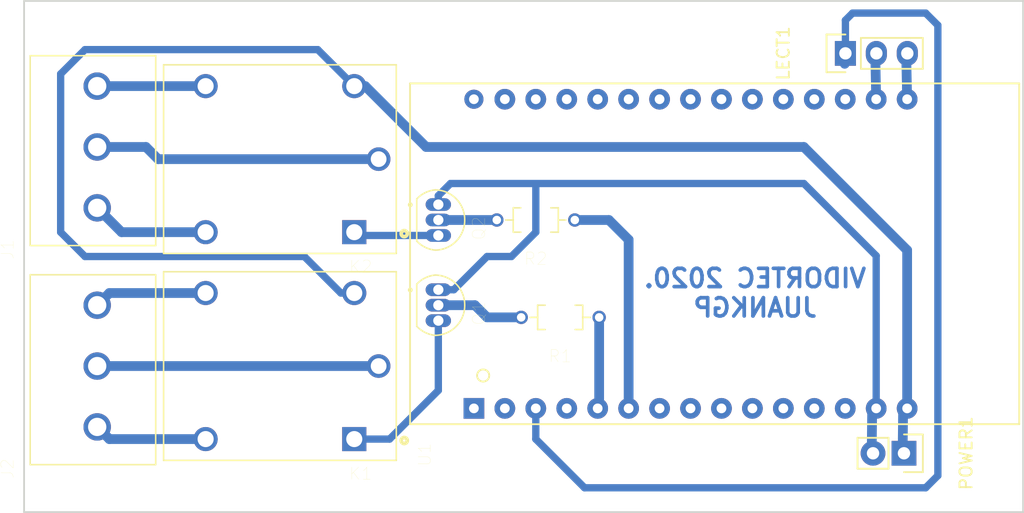
<source format=kicad_pcb>
(kicad_pcb (version 4) (host pcbnew 4.0.5+dfsg1-4)

  (general
    (links 21)
    (no_connects 0)
    (area 121.7258 83.924999 206.075001 126.129182)
    (thickness 1.6)
    (drawings 5)
    (tracks 68)
    (zones 0)
    (modules 11)
    (nets 41)
  )

  (page A4)
  (layers
    (0 F.Cu signal)
    (31 B.Cu signal)
    (32 B.Adhes user)
    (33 F.Adhes user)
    (34 B.Paste user)
    (35 F.Paste user)
    (36 B.SilkS user)
    (37 F.SilkS user)
    (38 B.Mask user)
    (39 F.Mask user)
    (40 Dwgs.User user)
    (41 Cmts.User user)
    (42 Eco1.User user)
    (43 Eco2.User user)
    (44 Edge.Cuts user)
    (45 Margin user)
    (46 B.CrtYd user)
    (47 F.CrtYd user)
    (48 B.Fab user)
    (49 F.Fab user)
  )

  (setup
    (last_trace_width 0.6)
    (user_trace_width 0.6)
    (user_trace_width 0.7)
    (user_trace_width 0.8)
    (trace_clearance 0.2)
    (zone_clearance 0.508)
    (zone_45_only no)
    (trace_min 0.2)
    (segment_width 0.2)
    (edge_width 0.15)
    (via_size 0.6)
    (via_drill 0.4)
    (via_min_size 0.4)
    (via_min_drill 0.3)
    (uvia_size 0.3)
    (uvia_drill 0.1)
    (uvias_allowed no)
    (uvia_min_size 0.2)
    (uvia_min_drill 0.1)
    (pcb_text_width 0.3)
    (pcb_text_size 1.5 1.5)
    (mod_edge_width 0.15)
    (mod_text_size 1 1)
    (mod_text_width 0.15)
    (pad_size 1.98 1.98)
    (pad_drill 1)
    (pad_to_mask_clearance 0.2)
    (aux_axis_origin 0 0)
    (visible_elements FFFFFF7F)
    (pcbplotparams
      (layerselection 0x00030_80000001)
      (usegerberextensions false)
      (excludeedgelayer true)
      (linewidth 0.100000)
      (plotframeref false)
      (viasonmask false)
      (mode 1)
      (useauxorigin false)
      (hpglpennumber 1)
      (hpglpenspeed 20)
      (hpglpendiameter 15)
      (hpglpenoverlay 2)
      (psnegative false)
      (psa4output false)
      (plotreference true)
      (plotvalue true)
      (plotinvisibletext false)
      (padsonsilk false)
      (subtractmaskfromsilk false)
      (outputformat 1)
      (mirror false)
      (drillshape 1)
      (scaleselection 1)
      (outputdirectory PCBBOTTOM))
  )

  (net 0 "")
  (net 1 +5V)
  (net 2 GND)
  (net 3 "Net-(U1-Pad1)")
  (net 4 "Net-(U1-Pad2)")
  (net 5 "Net-(U1-Pad4)")
  (net 6 "Net-(U1-Pad7)")
  (net 7 "Net-(U1-Pad8)")
  (net 8 "Net-(U1-Pad9)")
  (net 9 "Net-(U1-Pad10)")
  (net 10 "Net-(U1-Pad11)")
  (net 11 "Net-(U1-Pad12)")
  (net 12 "Net-(U1-Pad13)")
  (net 13 "Net-(U1-Pad30)")
  (net 14 "Net-(U1-Pad29)")
  (net 15 "Net-(U1-Pad28)")
  (net 16 "Net-(U1-Pad27)")
  (net 17 "Net-(U1-Pad26)")
  (net 18 "Net-(U1-Pad25)")
  (net 19 "Net-(U1-Pad24)")
  (net 20 "Net-(U1-Pad23)")
  (net 21 "Net-(U1-Pad22)")
  (net 22 "Net-(U1-Pad21)")
  (net 23 "Net-(U1-Pad20)")
  (net 24 "Net-(U1-Pad19)")
  (net 25 "Net-(U1-Pad18)")
  (net 26 "Net-(LECT1-Pad1)")
  (net 27 "Net-(LECT1-Pad2)")
  (net 28 "Net-(LECT1-Pad3)")
  (net 29 "Net-(K1-PadA1)")
  (net 30 "Net-(J1-Pad2)")
  (net 31 "Net-(J1-Pad1)")
  (net 32 "Net-(J1-Pad3)")
  (net 33 "Net-(J2-Pad2)")
  (net 34 "Net-(J2-Pad1)")
  (net 35 "Net-(J2-Pad3)")
  (net 36 "Net-(K2-PadA1)")
  (net 37 "Net-(Q1-Pad2)")
  (net 38 "Net-(Q2-Pad2)")
  (net 39 "Net-(R1-Pad1)")
  (net 40 "Net-(R2-Pad1)")

  (net_class Default "Esta es la clase de red por defecto."
    (clearance 0.2)
    (trace_width 0.25)
    (via_dia 0.6)
    (via_drill 0.4)
    (uvia_dia 0.3)
    (uvia_drill 0.1)
    (add_net +5V)
    (add_net GND)
    (add_net "Net-(J1-Pad1)")
    (add_net "Net-(J1-Pad2)")
    (add_net "Net-(J1-Pad3)")
    (add_net "Net-(J2-Pad1)")
    (add_net "Net-(J2-Pad2)")
    (add_net "Net-(J2-Pad3)")
    (add_net "Net-(K1-PadA1)")
    (add_net "Net-(K2-PadA1)")
    (add_net "Net-(LECT1-Pad1)")
    (add_net "Net-(LECT1-Pad2)")
    (add_net "Net-(LECT1-Pad3)")
    (add_net "Net-(Q1-Pad2)")
    (add_net "Net-(Q2-Pad2)")
    (add_net "Net-(R1-Pad1)")
    (add_net "Net-(R2-Pad1)")
    (add_net "Net-(U1-Pad1)")
    (add_net "Net-(U1-Pad10)")
    (add_net "Net-(U1-Pad11)")
    (add_net "Net-(U1-Pad12)")
    (add_net "Net-(U1-Pad13)")
    (add_net "Net-(U1-Pad18)")
    (add_net "Net-(U1-Pad19)")
    (add_net "Net-(U1-Pad2)")
    (add_net "Net-(U1-Pad20)")
    (add_net "Net-(U1-Pad21)")
    (add_net "Net-(U1-Pad22)")
    (add_net "Net-(U1-Pad23)")
    (add_net "Net-(U1-Pad24)")
    (add_net "Net-(U1-Pad25)")
    (add_net "Net-(U1-Pad26)")
    (add_net "Net-(U1-Pad27)")
    (add_net "Net-(U1-Pad28)")
    (add_net "Net-(U1-Pad29)")
    (add_net "Net-(U1-Pad30)")
    (add_net "Net-(U1-Pad4)")
    (add_net "Net-(U1-Pad7)")
    (add_net "Net-(U1-Pad8)")
    (add_net "Net-(U1-Pad9)")
  )

  (module JK-DOIT-DEVKIT-V1:ESP32_DEVKITV1-JK (layer F.Cu) (tedit 5E7198AA) (tstamp 5E719972)
    (at 180.679 104.7776 90)
    (path /5E716E68)
    (fp_text reference U1 (at -16.5 -23.8 90) (layer F.SilkS)
      (effects (font (size 1.000386 1.000386) (thickness 0.015)))
    )
    (fp_text value ESP32-DEVKITCV1 (at 0 3.81 90) (layer F.Fab)
      (effects (font (size 1.001047 1.001047) (thickness 0.015)))
    )
    (fp_line (start -14 -25) (end -14 25) (layer F.SilkS) (width 0.15))
    (fp_line (start 14 -25) (end 14 25) (layer F.SilkS) (width 0.15))
    (fp_line (start 14 25) (end 16 25) (layer F.Fab) (width 0.15))
    (fp_line (start 14 -25) (end 16 -25) (layer F.Fab) (width 0.15))
    (fp_line (start -14 -22) (end -14 -25) (layer F.Fab) (width 0.15))
    (fp_line (start 16 -22) (end 16 -25) (layer F.Fab) (width 0.15))
    (fp_line (start 16 18) (end 16 25) (layer F.Fab) (width 0.15))
    (fp_line (start -14 18) (end -14 25) (layer F.Fab) (width 0.15))
    (fp_circle (center -10 -19) (end -9.5 -19) (layer F.SilkS) (width 0.15))
    (fp_line (start -14 25) (end 14 25) (layer F.SilkS) (width 0.15))
    (fp_line (start -14 -25) (end 14 -25) (layer F.SilkS) (width 0.15))
    (fp_line (start -14 -25) (end 14 -25) (layer F.Fab) (width 0.15))
    (fp_line (start 16 -22) (end 16 18) (layer F.Fab) (width 0.15))
    (fp_line (start 14 25) (end -14 25) (layer F.Fab) (width 0.15))
    (fp_line (start -14 18) (end -14 -22) (layer F.Fab) (width 0.15))
    (fp_circle (center -10.7 -19.7) (end -10.56 -19.7) (layer F.Fab) (width 0.28))
    (pad 1 thru_hole rect (at -12.7 -19.76 90) (size 1.7 1.7) (drill 0.8) (layers *.Cu *.Mask)
      (net 3 "Net-(U1-Pad1)"))
    (pad 2 thru_hole circle (at -12.7 -17.22 90) (size 1.7 1.7) (drill 0.8) (layers *.Cu *.Mask)
      (net 4 "Net-(U1-Pad2)"))
    (pad 3 thru_hole circle (at -12.7 -14.68 90) (size 1.7 1.7) (drill 0.8) (layers *.Cu *.Mask)
      (net 26 "Net-(LECT1-Pad1)"))
    (pad 4 thru_hole circle (at -12.7 -12.14 90) (size 1.7 1.7) (drill 0.8) (layers *.Cu *.Mask)
      (net 5 "Net-(U1-Pad4)"))
    (pad 5 thru_hole circle (at -12.7 -9.6 90) (size 1.7 1.7) (drill 0.8) (layers *.Cu *.Mask)
      (net 39 "Net-(R1-Pad1)"))
    (pad 6 thru_hole circle (at -12.7 -7.06 90) (size 1.7 1.7) (drill 0.8) (layers *.Cu *.Mask)
      (net 40 "Net-(R2-Pad1)"))
    (pad 7 thru_hole circle (at -12.7 -4.52 90) (size 1.7 1.7) (drill 0.8) (layers *.Cu *.Mask)
      (net 6 "Net-(U1-Pad7)"))
    (pad 8 thru_hole circle (at -12.7 -1.98 90) (size 1.7 1.7) (drill 0.8) (layers *.Cu *.Mask)
      (net 7 "Net-(U1-Pad8)"))
    (pad 9 thru_hole circle (at -12.7 0.56 90) (size 1.7 1.7) (drill 0.8) (layers *.Cu *.Mask)
      (net 8 "Net-(U1-Pad9)"))
    (pad 10 thru_hole circle (at -12.7 3.1 90) (size 1.7 1.7) (drill 0.8) (layers *.Cu *.Mask)
      (net 9 "Net-(U1-Pad10)"))
    (pad 11 thru_hole circle (at -12.7 5.64 90) (size 1.7 1.7) (drill 0.8) (layers *.Cu *.Mask)
      (net 10 "Net-(U1-Pad11)"))
    (pad 12 thru_hole circle (at -12.7 8.18 90) (size 1.7 1.7) (drill 0.8) (layers *.Cu *.Mask)
      (net 11 "Net-(U1-Pad12)"))
    (pad 13 thru_hole circle (at -12.7 10.72 90) (size 1.7 1.7) (drill 0.8) (layers *.Cu *.Mask)
      (net 12 "Net-(U1-Pad13)"))
    (pad 14 thru_hole circle (at -12.7 13.26 90) (size 1.7 1.7) (drill 0.8) (layers *.Cu *.Mask)
      (net 2 GND))
    (pad 15 thru_hole circle (at -12.7 15.8 90) (size 1.7 1.7) (drill 0.8) (layers *.Cu *.Mask)
      (net 1 +5V))
    (pad 30 thru_hole circle (at 12.7 -19.76 90) (size 1.567 1.567) (drill 0.8) (layers *.Cu *.Mask)
      (net 13 "Net-(U1-Pad30)"))
    (pad 29 thru_hole circle (at 12.7 -17.22 90) (size 1.7 1.7) (drill 0.8) (layers *.Cu *.Mask)
      (net 14 "Net-(U1-Pad29)"))
    (pad 28 thru_hole circle (at 12.7 -14.68 90) (size 1.7 1.7) (drill 0.8) (layers *.Cu *.Mask)
      (net 15 "Net-(U1-Pad28)"))
    (pad 27 thru_hole circle (at 12.7 -12.14 90) (size 1.7 1.7) (drill 0.8) (layers *.Cu *.Mask)
      (net 16 "Net-(U1-Pad27)"))
    (pad 26 thru_hole circle (at 12.7 -9.6 90) (size 1.7 1.7) (drill 0.8) (layers *.Cu *.Mask)
      (net 17 "Net-(U1-Pad26)"))
    (pad 25 thru_hole circle (at 12.7 -7.06 90) (size 1.7 1.7) (drill 0.8) (layers *.Cu *.Mask)
      (net 18 "Net-(U1-Pad25)"))
    (pad 24 thru_hole circle (at 12.7 -4.52 90) (size 1.7 1.7) (drill 0.8) (layers *.Cu *.Mask)
      (net 19 "Net-(U1-Pad24)"))
    (pad 23 thru_hole circle (at 12.7 -1.98 90) (size 1.7 1.7) (drill 0.8) (layers *.Cu *.Mask)
      (net 20 "Net-(U1-Pad23)"))
    (pad 22 thru_hole circle (at 12.7 0.56 90) (size 1.7 1.7) (drill 0.8) (layers *.Cu *.Mask)
      (net 21 "Net-(U1-Pad22)"))
    (pad 21 thru_hole circle (at 12.7 3.1 90) (size 1.7 1.7) (drill 0.8) (layers *.Cu *.Mask)
      (net 22 "Net-(U1-Pad21)"))
    (pad 20 thru_hole circle (at 12.7 5.64 90) (size 1.7 1.7) (drill 0.8) (layers *.Cu *.Mask)
      (net 23 "Net-(U1-Pad20)"))
    (pad 19 thru_hole circle (at 12.7 8.18 90) (size 1.7 1.7) (drill 0.8) (layers *.Cu *.Mask)
      (net 24 "Net-(U1-Pad19)"))
    (pad 18 thru_hole circle (at 12.7 10.72 90) (size 1.7 1.7) (drill 0.8) (layers *.Cu *.Mask)
      (net 25 "Net-(U1-Pad18)"))
    (pad 17 thru_hole circle (at 12.7 13.26 90) (size 1.7 1.7) (drill 0.8) (layers *.Cu *.Mask)
      (net 27 "Net-(LECT1-Pad2)"))
    (pad 16 thru_hole circle (at 12.7 15.8 90) (size 1.7 1.7) (drill 0.8) (layers *.Cu *.Mask)
      (net 28 "Net-(LECT1-Pad3)"))
    (model ../../../../../home/juank/Documents/KIcadParts/ESP32-DEVKITC-32D/User_Library_ESP32_DOIT_V016_cp004.wrl
      (at (xyz 0 0 0))
      (scale (xyz 1 1 1))
      (rotate (xyz 0 0 0))
    )
  )

  (module Pin_Headers:Pin_Header_Straight_1x03 (layer F.Cu) (tedit 0) (tstamp 5E719AC0)
    (at 191.41304 88.30824 90)
    (descr "Through hole pin header")
    (tags "pin header")
    (path /5E717368)
    (fp_text reference LECT1 (at 0 -5.1 90) (layer F.SilkS)
      (effects (font (size 1 1) (thickness 0.15)))
    )
    (fp_text value LECTOR (at 0 -3.1 90) (layer F.Fab)
      (effects (font (size 1 1) (thickness 0.15)))
    )
    (fp_line (start -1.75 -1.75) (end -1.75 6.85) (layer F.CrtYd) (width 0.05))
    (fp_line (start 1.75 -1.75) (end 1.75 6.85) (layer F.CrtYd) (width 0.05))
    (fp_line (start -1.75 -1.75) (end 1.75 -1.75) (layer F.CrtYd) (width 0.05))
    (fp_line (start -1.75 6.85) (end 1.75 6.85) (layer F.CrtYd) (width 0.05))
    (fp_line (start -1.27 1.27) (end -1.27 6.35) (layer F.SilkS) (width 0.15))
    (fp_line (start -1.27 6.35) (end 1.27 6.35) (layer F.SilkS) (width 0.15))
    (fp_line (start 1.27 6.35) (end 1.27 1.27) (layer F.SilkS) (width 0.15))
    (fp_line (start 1.55 -1.55) (end 1.55 0) (layer F.SilkS) (width 0.15))
    (fp_line (start 1.27 1.27) (end -1.27 1.27) (layer F.SilkS) (width 0.15))
    (fp_line (start -1.55 0) (end -1.55 -1.55) (layer F.SilkS) (width 0.15))
    (fp_line (start -1.55 -1.55) (end 1.55 -1.55) (layer F.SilkS) (width 0.15))
    (pad 1 thru_hole rect (at 0 0 90) (size 2.032 1.7272) (drill 1.016) (layers *.Cu *.Mask)
      (net 26 "Net-(LECT1-Pad1)"))
    (pad 2 thru_hole oval (at 0 2.54 90) (size 2.032 1.7272) (drill 1.016) (layers *.Cu *.Mask)
      (net 27 "Net-(LECT1-Pad2)"))
    (pad 3 thru_hole oval (at 0 5.08 90) (size 2.032 1.7272) (drill 1.016) (layers *.Cu *.Mask)
      (net 28 "Net-(LECT1-Pad3)"))
    (model Pin_Headers.3dshapes/Pin_Header_Straight_1x03.wrl
      (at (xyz 0 -0.1 0))
      (scale (xyz 1 1 1))
      (rotate (xyz 0 0 90))
    )
  )

  (module Pin_Headers:Pin_Header_Straight_1x02 (layer F.Cu) (tedit 54EA090C) (tstamp 5E719AD1)
    (at 196.21872 121.16568 270)
    (descr "Through hole pin header")
    (tags "pin header")
    (path /5E716F0A)
    (fp_text reference POWER1 (at 0 -5.1 270) (layer F.SilkS)
      (effects (font (size 1 1) (thickness 0.15)))
    )
    (fp_text value POWER (at 0 -3.1 270) (layer F.Fab)
      (effects (font (size 1 1) (thickness 0.15)))
    )
    (fp_line (start 1.27 1.27) (end 1.27 3.81) (layer F.SilkS) (width 0.15))
    (fp_line (start 1.55 -1.55) (end 1.55 0) (layer F.SilkS) (width 0.15))
    (fp_line (start -1.75 -1.75) (end -1.75 4.3) (layer F.CrtYd) (width 0.05))
    (fp_line (start 1.75 -1.75) (end 1.75 4.3) (layer F.CrtYd) (width 0.05))
    (fp_line (start -1.75 -1.75) (end 1.75 -1.75) (layer F.CrtYd) (width 0.05))
    (fp_line (start -1.75 4.3) (end 1.75 4.3) (layer F.CrtYd) (width 0.05))
    (fp_line (start 1.27 1.27) (end -1.27 1.27) (layer F.SilkS) (width 0.15))
    (fp_line (start -1.55 0) (end -1.55 -1.55) (layer F.SilkS) (width 0.15))
    (fp_line (start -1.55 -1.55) (end 1.55 -1.55) (layer F.SilkS) (width 0.15))
    (fp_line (start -1.27 1.27) (end -1.27 3.81) (layer F.SilkS) (width 0.15))
    (fp_line (start -1.27 3.81) (end 1.27 3.81) (layer F.SilkS) (width 0.15))
    (pad 1 thru_hole rect (at 0 0 270) (size 2.032 2.032) (drill 1.016) (layers *.Cu *.Mask)
      (net 1 +5V))
    (pad 2 thru_hole oval (at 0 2.54 270) (size 2.032 2.032) (drill 1.016) (layers *.Cu *.Mask)
      (net 2 GND))
    (model Pin_Headers.3dshapes/Pin_Header_Straight_1x02.wrl
      (at (xyz 0 -0.05 0))
      (scale (xyz 1 1 1))
      (rotate (xyz 0 0 90))
    )
  )

  (module TO92127P495H495-3 (layer F.Cu) (tedit 5E719C8F) (tstamp 5E71A42E)
    (at 158 109 270)
    (path /5E719D4D)
    (fp_text reference Q1 (at 0.675 -3.33 270) (layer F.SilkS)
      (effects (font (size 1 1) (thickness 0.015)))
    )
    (fp_text value 2N3904 (at 8.295 3.19 270) (layer F.Fab)
      (effects (font (size 1 1) (thickness 0.015)))
    )
    (fp_line (start -2.725 0.255) (end -2.725 2.025) (layer F.CrtYd) (width 0.05))
    (fp_line (start -2.725 2.025) (end 2.725 2.025) (layer F.CrtYd) (width 0.05))
    (fp_line (start 2.725 2.025) (end 2.725 0.255) (layer F.CrtYd) (width 0.05))
    (fp_circle (center -1.25 2.305) (end -1.15 2.305) (layer F.SilkS) (width 0.2))
    (fp_circle (center -1.25 2.305) (end -1.15 2.305) (layer F.Fab) (width 0.2))
    (fp_line (start -1.725 1.775) (end 1.725 1.775) (layer F.SilkS) (width 0.127))
    (fp_arc (start -0.115631 0.03587) (end -2.475 0.255) (angle -41.913) (layer F.SilkS) (width 0.127))
    (fp_arc (start -0.0275 0.2825) (end 0 -2.165) (angle -90) (layer F.SilkS) (width 0.127))
    (fp_arc (start 0.0275 0.2825) (end 2.475 0.255) (angle -90) (layer F.SilkS) (width 0.127))
    (fp_arc (start 0.115631 0.03587) (end 2.475 0.255) (angle 41.913) (layer F.SilkS) (width 0.127))
    (fp_line (start -1.725 1.775) (end 1.725 1.775) (layer F.Fab) (width 0.127))
    (fp_arc (start -0.115631 0.03587) (end -2.475 0.255) (angle -41.913) (layer F.Fab) (width 0.127))
    (fp_arc (start -0.0275 0.2825) (end 0 -2.165) (angle -90) (layer F.Fab) (width 0.127))
    (fp_arc (start 0.0275 0.2825) (end 2.475 0.255) (angle -90) (layer F.Fab) (width 0.127))
    (fp_arc (start 0.115631 0.03587) (end 2.475 0.255) (angle 41.913) (layer F.Fab) (width 0.127))
    (fp_arc (start -0.0275 0.2825) (end 0 -2.415) (angle -90) (layer F.CrtYd) (width 0.05))
    (fp_arc (start 0.0275 0.2825) (end 0 -2.415) (angle 90) (layer F.CrtYd) (width 0.05))
    (pad 1 thru_hole oval (at -1.27 0 270) (size 1.04 2.08) (drill 0.84) (layers *.Cu *.Mask)
      (net 2 GND))
    (pad 2 thru_hole oval (at 0 0 270) (size 1.04 2.08) (drill 0.84) (layers *.Cu *.Mask)
      (net 37 "Net-(Q1-Pad2)"))
    (pad 3 thru_hole oval (at 1.27 0 270) (size 1.04 2.08) (drill 0.84) (layers *.Cu *.Mask)
      (net 29 "Net-(K1-PadA1)"))
  )

  (module TO92127P495H495-3 (layer F.Cu) (tedit 5E719C8F) (tstamp 5E71A446)
    (at 158 102 270)
    (path /5E71A7AF)
    (fp_text reference Q2 (at 0.675 -3.33 270) (layer F.SilkS)
      (effects (font (size 1 1) (thickness 0.015)))
    )
    (fp_text value 2N3904 (at 8.295 3.19 270) (layer F.Fab)
      (effects (font (size 1 1) (thickness 0.015)))
    )
    (fp_line (start -2.725 0.255) (end -2.725 2.025) (layer F.CrtYd) (width 0.05))
    (fp_line (start -2.725 2.025) (end 2.725 2.025) (layer F.CrtYd) (width 0.05))
    (fp_line (start 2.725 2.025) (end 2.725 0.255) (layer F.CrtYd) (width 0.05))
    (fp_circle (center -1.25 2.305) (end -1.15 2.305) (layer F.SilkS) (width 0.2))
    (fp_circle (center -1.25 2.305) (end -1.15 2.305) (layer F.Fab) (width 0.2))
    (fp_line (start -1.725 1.775) (end 1.725 1.775) (layer F.SilkS) (width 0.127))
    (fp_arc (start -0.115631 0.03587) (end -2.475 0.255) (angle -41.913) (layer F.SilkS) (width 0.127))
    (fp_arc (start -0.0275 0.2825) (end 0 -2.165) (angle -90) (layer F.SilkS) (width 0.127))
    (fp_arc (start 0.0275 0.2825) (end 2.475 0.255) (angle -90) (layer F.SilkS) (width 0.127))
    (fp_arc (start 0.115631 0.03587) (end 2.475 0.255) (angle 41.913) (layer F.SilkS) (width 0.127))
    (fp_line (start -1.725 1.775) (end 1.725 1.775) (layer F.Fab) (width 0.127))
    (fp_arc (start -0.115631 0.03587) (end -2.475 0.255) (angle -41.913) (layer F.Fab) (width 0.127))
    (fp_arc (start -0.0275 0.2825) (end 0 -2.165) (angle -90) (layer F.Fab) (width 0.127))
    (fp_arc (start 0.0275 0.2825) (end 2.475 0.255) (angle -90) (layer F.Fab) (width 0.127))
    (fp_arc (start 0.115631 0.03587) (end 2.475 0.255) (angle 41.913) (layer F.Fab) (width 0.127))
    (fp_arc (start -0.0275 0.2825) (end 0 -2.415) (angle -90) (layer F.CrtYd) (width 0.05))
    (fp_arc (start 0.0275 0.2825) (end 0 -2.415) (angle 90) (layer F.CrtYd) (width 0.05))
    (pad 1 thru_hole oval (at -1.27 0 270) (size 1.04 2.08) (drill 0.84) (layers *.Cu *.Mask)
      (net 2 GND))
    (pad 2 thru_hole oval (at 0 0 270) (size 1.04 2.08) (drill 0.84) (layers *.Cu *.Mask)
      (net 38 "Net-(Q2-Pad2)"))
    (pad 3 thru_hole oval (at 1.27 0 270) (size 1.04 2.08) (drill 0.84) (layers *.Cu *.Mask)
      (net 36 "Net-(K2-PadA1)"))
  )

  (module resistenciaCuartodeWatio:RESAD640W45L370D200 (layer F.Cu) (tedit 5E71A03E) (tstamp 5E71A46A)
    (at 168 110 180)
    (path /5E719F0D)
    (fp_text reference R1 (at 0 -3.18156 180) (layer F.SilkS)
      (effects (font (size 1.002063 1.002063) (thickness 0.015)))
    )
    (fp_text value R (at 0 3.17901 180) (layer F.Fab)
      (effects (font (size 1.00126 1.00126) (thickness 0.015)))
    )
    (fp_line (start -2.1 0.8) (end -4 0.8) (layer F.CrtYd) (width 0.05))
    (fp_line (start -4 0.8) (end -4 -0.8) (layer F.CrtYd) (width 0.05))
    (fp_line (start -4 -0.8) (end -2.1 -0.8) (layer F.CrtYd) (width 0.05))
    (fp_line (start -2.1 -0.8) (end -2.1 -1.25) (layer F.CrtYd) (width 0.05))
    (fp_line (start -2.1 -1.25) (end 2.1 -1.25) (layer F.CrtYd) (width 0.05))
    (fp_line (start 2.1 -1.25) (end 2.1 -0.8) (layer F.CrtYd) (width 0.05))
    (fp_line (start 2.1 -0.8) (end 4 -0.8) (layer F.CrtYd) (width 0.05))
    (fp_line (start 4 -0.8) (end 4 0.8) (layer F.CrtYd) (width 0.05))
    (fp_line (start 4 0.8) (end 2.1 0.8) (layer F.CrtYd) (width 0.05))
    (fp_line (start 2.1 0.8) (end 2.1 1.25) (layer F.CrtYd) (width 0.05))
    (fp_line (start 2.1 1.25) (end -2.1 1.25) (layer F.CrtYd) (width 0.05))
    (fp_line (start -2.1 1.25) (end -2.1 0.8) (layer F.CrtYd) (width 0.05))
    (fp_line (start -2.47 0) (end -1.85 0) (layer F.SilkS) (width 0.127))
    (fp_line (start -1.85 0) (end -1.85 -1) (layer F.SilkS) (width 0.127))
    (fp_line (start -1.85 -1) (end -1.23 -1) (layer F.SilkS) (width 0.127))
    (fp_line (start -1.85 0) (end -1.85 1) (layer F.SilkS) (width 0.127))
    (fp_line (start -1.85 1) (end -1.23 1) (layer F.SilkS) (width 0.127))
    (fp_line (start 2.47 0) (end 1.85 0) (layer F.SilkS) (width 0.127))
    (fp_line (start 1.85 0) (end 1.85 -1) (layer F.SilkS) (width 0.127))
    (fp_line (start 1.85 -1) (end 1.23 -1) (layer F.SilkS) (width 0.127))
    (fp_line (start 1.85 0) (end 1.85 1) (layer F.SilkS) (width 0.127))
    (fp_line (start 1.85 1) (end 1.23 1) (layer F.SilkS) (width 0.127))
    (fp_line (start -2.47 0) (end -1.85 0) (layer F.Fab) (width 0.127))
    (fp_line (start -1.85 0) (end -1.85 -1) (layer F.Fab) (width 0.127))
    (fp_line (start -1.85 -1) (end 1.85 -1) (layer F.Fab) (width 0.127))
    (fp_line (start -1.85 0) (end -1.85 1) (layer F.Fab) (width 0.127))
    (fp_line (start -1.85 1) (end 1.85 1) (layer F.Fab) (width 0.127))
    (fp_line (start 2.47 0) (end 1.85 0) (layer F.Fab) (width 0.127))
    (fp_line (start 1.85 0) (end 1.85 -1) (layer F.Fab) (width 0.127))
    (fp_line (start 1.85 0) (end 1.85 1) (layer F.Fab) (width 0.127))
    (pad 1 thru_hole circle (at -3.2 0 180) (size 1.1 1.1) (drill 0.7) (layers *.Cu *.Mask)
      (net 39 "Net-(R1-Pad1)"))
    (pad 2 thru_hole circle (at 3.2 0 180) (size 1.1 1.1) (drill 0.7) (layers *.Cu *.Mask)
      (net 37 "Net-(Q1-Pad2)"))
  )

  (module resistenciaCuartodeWatio:RESAD640W45L370D200 (layer F.Cu) (tedit 5E71A03E) (tstamp 5E71A48E)
    (at 166 102 180)
    (path /5E71A7B5)
    (fp_text reference R2 (at 0 -3.18156 180) (layer F.SilkS)
      (effects (font (size 1.002063 1.002063) (thickness 0.015)))
    )
    (fp_text value R (at 0 3.17901 180) (layer F.Fab)
      (effects (font (size 1.00126 1.00126) (thickness 0.015)))
    )
    (fp_line (start -2.1 0.8) (end -4 0.8) (layer F.CrtYd) (width 0.05))
    (fp_line (start -4 0.8) (end -4 -0.8) (layer F.CrtYd) (width 0.05))
    (fp_line (start -4 -0.8) (end -2.1 -0.8) (layer F.CrtYd) (width 0.05))
    (fp_line (start -2.1 -0.8) (end -2.1 -1.25) (layer F.CrtYd) (width 0.05))
    (fp_line (start -2.1 -1.25) (end 2.1 -1.25) (layer F.CrtYd) (width 0.05))
    (fp_line (start 2.1 -1.25) (end 2.1 -0.8) (layer F.CrtYd) (width 0.05))
    (fp_line (start 2.1 -0.8) (end 4 -0.8) (layer F.CrtYd) (width 0.05))
    (fp_line (start 4 -0.8) (end 4 0.8) (layer F.CrtYd) (width 0.05))
    (fp_line (start 4 0.8) (end 2.1 0.8) (layer F.CrtYd) (width 0.05))
    (fp_line (start 2.1 0.8) (end 2.1 1.25) (layer F.CrtYd) (width 0.05))
    (fp_line (start 2.1 1.25) (end -2.1 1.25) (layer F.CrtYd) (width 0.05))
    (fp_line (start -2.1 1.25) (end -2.1 0.8) (layer F.CrtYd) (width 0.05))
    (fp_line (start -2.47 0) (end -1.85 0) (layer F.SilkS) (width 0.127))
    (fp_line (start -1.85 0) (end -1.85 -1) (layer F.SilkS) (width 0.127))
    (fp_line (start -1.85 -1) (end -1.23 -1) (layer F.SilkS) (width 0.127))
    (fp_line (start -1.85 0) (end -1.85 1) (layer F.SilkS) (width 0.127))
    (fp_line (start -1.85 1) (end -1.23 1) (layer F.SilkS) (width 0.127))
    (fp_line (start 2.47 0) (end 1.85 0) (layer F.SilkS) (width 0.127))
    (fp_line (start 1.85 0) (end 1.85 -1) (layer F.SilkS) (width 0.127))
    (fp_line (start 1.85 -1) (end 1.23 -1) (layer F.SilkS) (width 0.127))
    (fp_line (start 1.85 0) (end 1.85 1) (layer F.SilkS) (width 0.127))
    (fp_line (start 1.85 1) (end 1.23 1) (layer F.SilkS) (width 0.127))
    (fp_line (start -2.47 0) (end -1.85 0) (layer F.Fab) (width 0.127))
    (fp_line (start -1.85 0) (end -1.85 -1) (layer F.Fab) (width 0.127))
    (fp_line (start -1.85 -1) (end 1.85 -1) (layer F.Fab) (width 0.127))
    (fp_line (start -1.85 0) (end -1.85 1) (layer F.Fab) (width 0.127))
    (fp_line (start -1.85 1) (end 1.85 1) (layer F.Fab) (width 0.127))
    (fp_line (start 2.47 0) (end 1.85 0) (layer F.Fab) (width 0.127))
    (fp_line (start 1.85 0) (end 1.85 -1) (layer F.Fab) (width 0.127))
    (fp_line (start 1.85 0) (end 1.85 1) (layer F.Fab) (width 0.127))
    (pad 1 thru_hole circle (at -3.2 0 180) (size 1.1 1.1) (drill 0.7) (layers *.Cu *.Mask)
      (net 40 "Net-(R2-Pad1)"))
    (pad 2 thru_hole circle (at 3.2 0 180) (size 1.1 1.1) (drill 0.7) (layers *.Cu *.Mask)
      (net 38 "Net-(Q2-Pad2)"))
  )

  (module realy5pines:RELAY_SRD-05VDC-SL-C (layer F.Cu) (tedit 5E719AC6) (tstamp 5E71AC92)
    (at 145 114 180)
    (path /5E719B2A)
    (fp_text reference K1 (at -6.62563 -8.83584 180) (layer F.SilkS)
      (effects (font (size 1.000094 1.000094) (thickness 0.015)))
    )
    (fp_text value SRD-05VDC-SL-C (at 2.90086 8.667695 180) (layer F.Fab)
      (effects (font (size 1.000307 1.000307) (thickness 0.015)))
    )
    (fp_line (start -9.55 7.75) (end -9.55 -7.75) (layer F.SilkS) (width 0.127))
    (fp_line (start -9.55 -7.75) (end 9.55 -7.75) (layer F.SilkS) (width 0.127))
    (fp_line (start 9.55 -7.75) (end 9.55 7.75) (layer F.SilkS) (width 0.127))
    (fp_line (start 9.55 7.75) (end -9.55 7.75) (layer F.SilkS) (width 0.127))
    (fp_line (start -9.55 7.75) (end -9.55 -7.75) (layer F.Fab) (width 0.127))
    (fp_line (start -9.55 -7.75) (end 9.55 -7.75) (layer F.Fab) (width 0.127))
    (fp_line (start 9.55 -7.75) (end 9.55 7.75) (layer F.Fab) (width 0.127))
    (fp_line (start 9.55 7.75) (end -9.55 7.75) (layer F.Fab) (width 0.127))
    (fp_line (start -9.8 8) (end -9.8 -8) (layer F.CrtYd) (width 0.05))
    (fp_line (start -9.8 -8) (end 9.8 -8) (layer F.CrtYd) (width 0.05))
    (fp_line (start 9.8 -8) (end 9.8 8) (layer F.CrtYd) (width 0.05))
    (fp_line (start 9.8 8) (end -9.8 8) (layer F.CrtYd) (width 0.05))
    (fp_circle (center -10.2 -6.119) (end -10.1 -6.119) (layer F.SilkS) (width 0.3))
    (pad A1 thru_hole rect (at -6.1 -6 180) (size 1.98 1.98) (drill 1.32) (layers *.Cu *.Mask)
      (net 29 "Net-(K1-PadA1)"))
    (pad COM thru_hole circle (at -8.1 0 180) (size 1.935 1.935) (drill 1.29) (layers *.Cu *.Mask)
      (net 33 "Net-(J2-Pad2)"))
    (pad A2 thru_hole circle (at -6.1 6 180) (size 1.98 1.98) (drill 1.32) (layers *.Cu *.Mask)
      (net 1 +5V))
    (pad NO thru_hole circle (at 6.1 6 180) (size 1.98 1.98) (drill 1.32) (layers *.Cu *.Mask)
      (net 35 "Net-(J2-Pad3)"))
    (pad NC thru_hole circle (at 6.1 -6 180) (size 1.98 1.98) (drill 1.32) (layers *.Cu *.Mask)
      (net 34 "Net-(J2-Pad1)"))
    (model "../../../../../home/juank/Documents/KIcadParts/ESP32-DEVKITC-32D/User Library-SONGLE Relay SRU-12VDC-SL-C.wrl"
      (at (xyz 0 0 0))
      (scale (xyz 1 1 1))
      (rotate (xyz 0 0 0))
    )
  )

  (module realy5pines:RELAY_SRD-05VDC-SL-C (layer F.Cu) (tedit 5E719AC6) (tstamp 5E71ACA8)
    (at 145 97 180)
    (path /5E71A7A6)
    (fp_text reference K2 (at -6.62563 -8.83584 180) (layer F.SilkS)
      (effects (font (size 1.000094 1.000094) (thickness 0.015)))
    )
    (fp_text value SRD-05VDC-SL-C (at 2.90086 8.667695 180) (layer F.Fab)
      (effects (font (size 1.000307 1.000307) (thickness 0.015)))
    )
    (fp_line (start -9.55 7.75) (end -9.55 -7.75) (layer F.SilkS) (width 0.127))
    (fp_line (start -9.55 -7.75) (end 9.55 -7.75) (layer F.SilkS) (width 0.127))
    (fp_line (start 9.55 -7.75) (end 9.55 7.75) (layer F.SilkS) (width 0.127))
    (fp_line (start 9.55 7.75) (end -9.55 7.75) (layer F.SilkS) (width 0.127))
    (fp_line (start -9.55 7.75) (end -9.55 -7.75) (layer F.Fab) (width 0.127))
    (fp_line (start -9.55 -7.75) (end 9.55 -7.75) (layer F.Fab) (width 0.127))
    (fp_line (start 9.55 -7.75) (end 9.55 7.75) (layer F.Fab) (width 0.127))
    (fp_line (start 9.55 7.75) (end -9.55 7.75) (layer F.Fab) (width 0.127))
    (fp_line (start -9.8 8) (end -9.8 -8) (layer F.CrtYd) (width 0.05))
    (fp_line (start -9.8 -8) (end 9.8 -8) (layer F.CrtYd) (width 0.05))
    (fp_line (start 9.8 -8) (end 9.8 8) (layer F.CrtYd) (width 0.05))
    (fp_line (start 9.8 8) (end -9.8 8) (layer F.CrtYd) (width 0.05))
    (fp_circle (center -10.2 -6.119) (end -10.1 -6.119) (layer F.SilkS) (width 0.3))
    (pad A1 thru_hole rect (at -6.1 -6 180) (size 1.98 1.98) (drill 1.32) (layers *.Cu *.Mask)
      (net 36 "Net-(K2-PadA1)"))
    (pad COM thru_hole circle (at -8.1 0 180) (size 1.935 1.935) (drill 1.29) (layers *.Cu *.Mask)
      (net 30 "Net-(J1-Pad2)"))
    (pad A2 thru_hole circle (at -6.1 6 180) (size 1.98 1.98) (drill 1.32) (layers *.Cu *.Mask)
      (net 1 +5V))
    (pad NO thru_hole circle (at 6.1 6 180) (size 1.98 1.98) (drill 1.32) (layers *.Cu *.Mask)
      (net 32 "Net-(J1-Pad3)"))
    (pad NC thru_hole circle (at 6.1 -6 180) (size 1.98 1.98) (drill 1.32) (layers *.Cu *.Mask)
      (net 31 "Net-(J1-Pad1)"))
    (model "../../../../../home/juank/Documents/KIcadParts/ESP32-DEVKITC-32D/User Library-SONGLE Relay SRU-12VDC-SL-C.wrl"
      (at (xyz 0 0 0))
      (scale (xyz 1 1 1))
      (rotate (xyz 0 0 0))
    )
  )

  (module tblock3pines:691212710003 (layer F.Cu) (tedit 5E71A162) (tstamp 5E71AD89)
    (at 130 96 90)
    (descr "<b>WR-TBL Serie 212 - 5.0mm 45° Entry Modular with Rising Cage Clamp -  3.5mm2 Wires, 3 Pins")
    (path /5E71A7C7)
    (fp_text reference J1 (at -8.4218 -7.3667 90) (layer F.SilkS)
      (effects (font (size 1 1) (thickness 0.015)))
    )
    (fp_text value Screw_Terminal_1x03 (at -3.9768 7.8748 90) (layer F.Fab)
      (effects (font (size 1 1) (thickness 0.015)))
    )
    (fp_line (start 7.5 -5.5) (end -8.1 -5.5) (layer F.SilkS) (width 0.127))
    (fp_line (start -8.1 -5.5) (end -8.1 4.8) (layer F.SilkS) (width 0.127))
    (fp_line (start -8.1 4.8) (end 7.5 4.8) (layer F.SilkS) (width 0.127))
    (fp_line (start 7.5 4.8) (end 7.5 -5.5) (layer F.SilkS) (width 0.127))
    (fp_line (start -7.5 4.8) (end 7.5 4.8) (layer F.Fab) (width 0.127))
    (fp_line (start 7.5 4.8) (end 7.5 -5.5) (layer F.Fab) (width 0.127))
    (fp_line (start 7.5 -5.5) (end -7.5 -5.5) (layer F.Fab) (width 0.127))
    (fp_line (start -7.5 -5.5) (end -7.5 4.8) (layer F.Fab) (width 0.127))
    (pad 2 thru_hole circle (at 0 0 90) (size 2.25 2.25) (drill 1.5) (layers *.Cu *.Mask)
      (net 30 "Net-(J1-Pad2)"))
    (pad 1 thru_hole circle (at -5 0 90) (size 2.25 2.25) (drill 1.5) (layers *.Cu *.Mask)
      (net 31 "Net-(J1-Pad1)"))
    (pad 3 thru_hole circle (at 5 0 90) (size 2.25 2.25) (drill 1.5) (layers *.Cu *.Mask)
      (net 32 "Net-(J1-Pad3)"))
    (model ../../../../../home/juank/Documents/KIcadParts/ESP32-DEVKITC-32D/17552.wrl
      (at (xyz 0 0 0))
      (scale (xyz 1 1 1))
      (rotate (xyz 0 0 0))
    )
  )

  (module tblock3pines:691212710003 (layer F.Cu) (tedit 5E71A162) (tstamp 5E71AD98)
    (at 130 114 90)
    (descr "<b>WR-TBL Serie 212 - 5.0mm 45° Entry Modular with Rising Cage Clamp -  3.5mm2 Wires, 3 Pins")
    (path /5E71A1B5)
    (fp_text reference J2 (at -8.4218 -7.3667 90) (layer F.SilkS)
      (effects (font (size 1 1) (thickness 0.015)))
    )
    (fp_text value Screw_Terminal_1x03 (at -3.9768 7.8748 90) (layer F.Fab)
      (effects (font (size 1 1) (thickness 0.015)))
    )
    (fp_line (start 7.5 -5.5) (end -8.1 -5.5) (layer F.SilkS) (width 0.127))
    (fp_line (start -8.1 -5.5) (end -8.1 4.8) (layer F.SilkS) (width 0.127))
    (fp_line (start -8.1 4.8) (end 7.5 4.8) (layer F.SilkS) (width 0.127))
    (fp_line (start 7.5 4.8) (end 7.5 -5.5) (layer F.SilkS) (width 0.127))
    (fp_line (start -7.5 4.8) (end 7.5 4.8) (layer F.Fab) (width 0.127))
    (fp_line (start 7.5 4.8) (end 7.5 -5.5) (layer F.Fab) (width 0.127))
    (fp_line (start 7.5 -5.5) (end -7.5 -5.5) (layer F.Fab) (width 0.127))
    (fp_line (start -7.5 -5.5) (end -7.5 4.8) (layer F.Fab) (width 0.127))
    (pad 2 thru_hole circle (at 0 0 90) (size 2.25 2.25) (drill 1.5) (layers *.Cu *.Mask)
      (net 33 "Net-(J2-Pad2)"))
    (pad 1 thru_hole circle (at -5 0 90) (size 2.25 2.25) (drill 1.5) (layers *.Cu *.Mask)
      (net 34 "Net-(J2-Pad1)"))
    (pad 3 thru_hole circle (at 5 0 90) (size 2.25 2.25) (drill 1.5) (layers *.Cu *.Mask)
      (net 35 "Net-(J2-Pad3)"))
    (model ../../../../../home/juank/Documents/KIcadParts/ESP32-DEVKITC-32D/17552.wrl
      (at (xyz 0 0 0))
      (scale (xyz 1 1 1))
      (rotate (xyz 0 0 0))
    )
  )

  (gr_text "VIDORTEC 2020.\nJUANKGP" (at 184 108) (layer B.Cu)
    (effects (font (size 1.5 1.5) (thickness 0.3)) (justify mirror))
  )
  (gr_line (start 124 126) (end 124 84) (angle 90) (layer Edge.Cuts) (width 0.15))
  (gr_line (start 206 126) (end 124 126) (angle 90) (layer Edge.Cuts) (width 0.15))
  (gr_line (start 206 84) (end 206 126) (angle 90) (layer Edge.Cuts) (width 0.15))
  (gr_line (start 124 84) (end 206 84) (angle 90) (layer Edge.Cuts) (width 0.15))

  (segment (start 151.1 108) (end 150 108) (width 0.6) (layer B.Cu) (net 1))
  (segment (start 148.1 88) (end 151.1 91) (width 0.6) (layer B.Cu) (net 1) (tstamp 5E71AF2E))
  (segment (start 129 88) (end 148.1 88) (width 0.6) (layer B.Cu) (net 1) (tstamp 5E71AF2D))
  (segment (start 127 90) (end 129 88) (width 0.6) (layer B.Cu) (net 1) (tstamp 5E71AF2C))
  (segment (start 127 103) (end 127 90) (width 0.6) (layer B.Cu) (net 1) (tstamp 5E71AF2B))
  (segment (start 129 105) (end 127 103) (width 0.6) (layer B.Cu) (net 1) (tstamp 5E71AF2A))
  (segment (start 147 105) (end 129 105) (width 0.6) (layer B.Cu) (net 1) (tstamp 5E71AF28))
  (segment (start 150 108) (end 147 105) (width 0.6) (layer B.Cu) (net 1) (tstamp 5E71AF27))
  (segment (start 151.1 91) (end 152 91) (width 0.8) (layer B.Cu) (net 1))
  (segment (start 152 91) (end 157 96) (width 0.8) (layer B.Cu) (net 1) (tstamp 5E71AEDB))
  (segment (start 157 96) (end 188 96) (width 0.8) (layer B.Cu) (net 1) (tstamp 5E71AEDC))
  (segment (start 188 96) (end 196.479 104.479) (width 0.8) (layer B.Cu) (net 1) (tstamp 5E71AEDE))
  (segment (start 196.479 104.479) (end 196.479 117.4776) (width 0.8) (layer B.Cu) (net 1) (tstamp 5E71AEE0))
  (segment (start 196.10696 121.16568) (end 196.1476 117.809) (width 0.8) (layer B.Cu) (net 1) (status 20))
  (segment (start 196.1476 117.809) (end 196.479 117.4776) (width 0.8) (layer B.Cu) (net 1) (tstamp 5E719A09) (status 30))
  (segment (start 158 107.73) (end 159.27 107.73) (width 0.6) (layer B.Cu) (net 2))
  (segment (start 166 103) (end 166 99) (width 0.6) (layer B.Cu) (net 2) (tstamp 5E71AEFF))
  (segment (start 164 105) (end 166 103) (width 0.6) (layer B.Cu) (net 2) (tstamp 5E71AEFE))
  (segment (start 162 105) (end 164 105) (width 0.6) (layer B.Cu) (net 2) (tstamp 5E71AEFC))
  (segment (start 159.27 107.73) (end 162 105) (width 0.6) (layer B.Cu) (net 2) (tstamp 5E71AEFB))
  (segment (start 158 100.73) (end 158 100) (width 0.6) (layer B.Cu) (net 2))
  (segment (start 193.939 104.939) (end 193.939 117.4776) (width 0.6) (layer B.Cu) (net 2) (tstamp 5E71AEF7))
  (segment (start 188 99) (end 193.939 104.939) (width 0.6) (layer B.Cu) (net 2) (tstamp 5E71AEF5))
  (segment (start 159 99) (end 166 99) (width 0.6) (layer B.Cu) (net 2) (tstamp 5E71AEF4))
  (segment (start 166 99) (end 188 99) (width 0.6) (layer B.Cu) (net 2) (tstamp 5E71AF02))
  (segment (start 158 100) (end 159 99) (width 0.6) (layer B.Cu) (net 2) (tstamp 5E71AEF3))
  (segment (start 193.56696 121.16568) (end 193.6076 117.809) (width 0.8) (layer B.Cu) (net 2) (status 20))
  (segment (start 193.6076 117.809) (end 193.939 117.4776) (width 0.8) (layer B.Cu) (net 2) (tstamp 5E719A06) (status 30))
  (segment (start 198 85) (end 199 86) (width 0.6) (layer B.Cu) (net 26))
  (segment (start 191.41304 88.30824) (end 191.41304 85.58696) (width 0.6) (layer B.Cu) (net 26))
  (segment (start 165.999 119.999) (end 165.999 117.4776) (width 0.6) (layer B.Cu) (net 26) (tstamp 5E71AF58))
  (segment (start 170 124) (end 165.999 119.999) (width 0.6) (layer B.Cu) (net 26) (tstamp 5E71AF56))
  (segment (start 198 124) (end 170 124) (width 0.6) (layer B.Cu) (net 26) (tstamp 5E71AF55))
  (segment (start 199 123) (end 198 124) (width 0.6) (layer B.Cu) (net 26) (tstamp 5E71AF54))
  (segment (start 199 86) (end 199 123) (width 0.6) (layer B.Cu) (net 26) (tstamp 5E71AF60))
  (segment (start 192 85) (end 198 85) (width 0.6) (layer B.Cu) (net 26) (tstamp 5E71AF52))
  (segment (start 191.41304 85.58696) (end 192 85) (width 0.6) (layer B.Cu) (net 26) (tstamp 5E71AF51))
  (segment (start 191.35716 88.30824) (end 191.35716 88.4962) (width 0.8) (layer B.Cu) (net 26) (status 30))
  (segment (start 191.35716 88.30824) (end 191.35716 89.1693) (width 0.8) (layer B.Cu) (net 26) (status 30))
  (segment (start 193.86026 88.34514) (end 193.89716 88.30824) (width 0.8) (layer B.Cu) (net 27) (tstamp 5E719A00) (status 30))
  (segment (start 193.939 92.0776) (end 193.86026 88.34514) (width 0.8) (layer B.Cu) (net 27) (status 10))
  (segment (start 196.40026 88.34514) (end 196.43716 88.30824) (width 0.8) (layer B.Cu) (net 28) (tstamp 5E719A03) (status 30))
  (segment (start 196.479 92.0776) (end 196.40026 88.34514) (width 0.8) (layer B.Cu) (net 28) (status 10))
  (segment (start 158 110.27) (end 158 116) (width 0.6) (layer B.Cu) (net 29))
  (segment (start 154 120) (end 151.1 120) (width 0.6) (layer B.Cu) (net 29) (tstamp 5E71AEEB))
  (segment (start 158 116) (end 154 120) (width 0.6) (layer B.Cu) (net 29) (tstamp 5E71AEE9))
  (segment (start 153.1 97) (end 135 97) (width 0.8) (layer B.Cu) (net 30))
  (segment (start 134 96) (end 130 96) (width 0.8) (layer B.Cu) (net 30) (tstamp 5E71AF07))
  (segment (start 135 97) (end 134 96) (width 0.8) (layer B.Cu) (net 30) (tstamp 5E71AF06))
  (segment (start 138.9 103) (end 132 103) (width 0.8) (layer B.Cu) (net 31))
  (segment (start 132 103) (end 130 101) (width 0.8) (layer B.Cu) (net 31) (tstamp 5E71AF0C))
  (segment (start 138.9 91) (end 130 91) (width 0.8) (layer B.Cu) (net 32))
  (segment (start 153.1 114) (end 130 114) (width 0.8) (layer B.Cu) (net 33))
  (segment (start 138.9 120) (end 131 120) (width 0.8) (layer B.Cu) (net 34))
  (segment (start 131 120) (end 130 119) (width 0.8) (layer B.Cu) (net 34) (tstamp 5E71AF23))
  (segment (start 138.9 108) (end 131 108) (width 0.8) (layer B.Cu) (net 35))
  (segment (start 131 108) (end 130 109) (width 0.8) (layer B.Cu) (net 35) (tstamp 5E71AF1E))
  (segment (start 158 103.27) (end 151.37 103.27) (width 0.6) (layer B.Cu) (net 36))
  (segment (start 151.37 103.27) (end 151.1 103) (width 0.6) (layer B.Cu) (net 36) (tstamp 5E71AEF0))
  (segment (start 164.8 110) (end 162 110) (width 0.8) (layer B.Cu) (net 37))
  (segment (start 161 109) (end 158 109) (width 0.8) (layer B.Cu) (net 37) (tstamp 5E71AED6))
  (segment (start 162 110) (end 161 109) (width 0.8) (layer B.Cu) (net 37) (tstamp 5E71AED5))
  (segment (start 162.8 102) (end 158 102) (width 0.8) (layer B.Cu) (net 38))
  (segment (start 171.2 110) (end 171.2 117.3566) (width 0.8) (layer B.Cu) (net 39))
  (segment (start 171.2 117.3566) (end 171.079 117.4776) (width 0.8) (layer B.Cu) (net 39) (tstamp 5E71AECE))
  (segment (start 169.2 102) (end 172 102) (width 0.8) (layer B.Cu) (net 40))
  (segment (start 173.619 103.619) (end 173.619 117.4776) (width 0.8) (layer B.Cu) (net 40) (tstamp 5E71AED2))
  (segment (start 172 102) (end 173.619 103.619) (width 0.8) (layer B.Cu) (net 40) (tstamp 5E71AED1))

)

</source>
